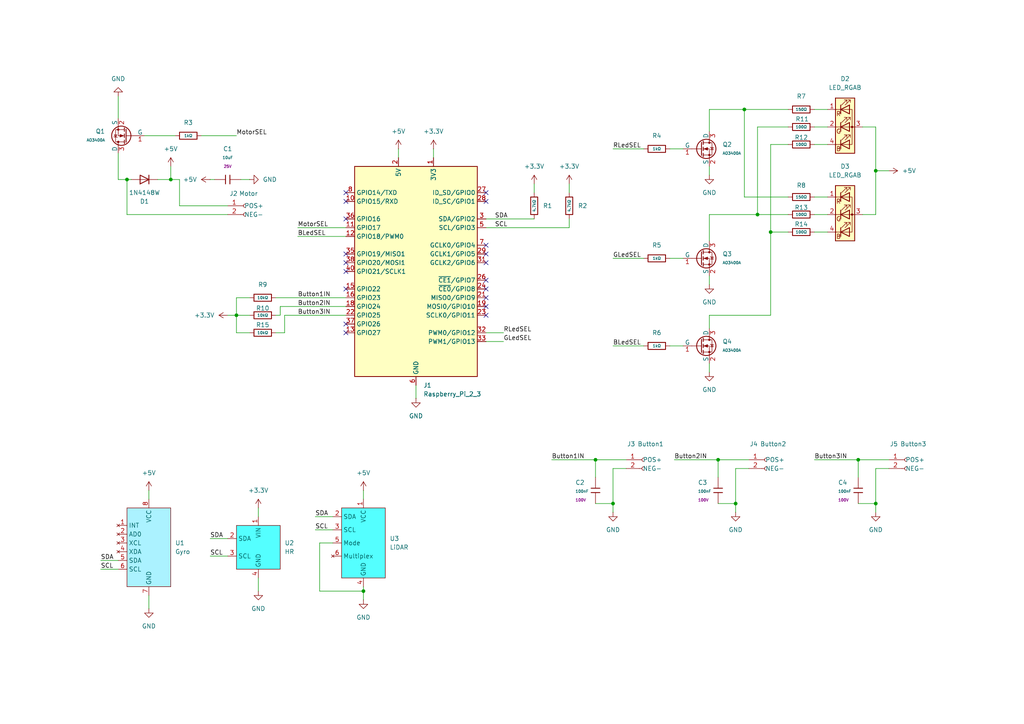
<source format=kicad_sch>
(kicad_sch (version 20250114) (generator "eeschema") (generator_version "9.0")
  (paper "A4")
  (title_block (title "PathPal PCB") (date "2026-02-18") (rev "V1") (company "Senseway"))
  (junction (at 219.71 62.23))
  (junction (at 68.58 91.44))
  (junction (at 172.72 133.35))
  (junction (at 105.41 171.45))
  (junction (at 213.36 146.05))
  (junction (at 254 146.05))
  (junction (at 215.9 31.75))
  (junction (at 208.28 133.35))
  (junction (at 223.52 67.31))
  (junction (at 248.92 133.35))
  (junction (at 254 49.53))
  (junction (at 177.8 146.05))
  (junction (at 49.53 52.07))
  (junction (at 36.83 52.07))
  (no_connect (at 140.97 58.42))
  (no_connect (at 100.33 83.82))
  (no_connect (at 140.97 55.88))
  (no_connect (at 100.33 76.2))
  (no_connect (at 100.33 63.5))
  (no_connect (at 100.33 93.98))
  (no_connect (at 140.97 88.9))
  (no_connect (at 140.97 91.44))
  (no_connect (at 100.33 73.66))
  (no_connect (at 140.97 86.36))
  (no_connect (at 100.33 78.74))
  (no_connect (at 140.97 76.2))
  (no_connect (at 100.33 96.52))
  (no_connect (at 140.97 73.66))
  (no_connect (at 140.97 83.82))
  (no_connect (at 140.97 71.12))
  (no_connect (at 100.33 58.42))
  (no_connect (at 140.97 81.28))
  (no_connect (at 100.33 55.88))
  (wire (pts (xy 74.93 167.64) (xy 74.93 171.45)))
  (wire (pts (xy 195.58 133.35) (xy 208.28 133.35)))
  (wire (pts (xy 205.74 31.75) (xy 205.74 38.1)))
  (wire (pts (xy 177.8 146.05) (xy 177.8 148.59)))
  (wire (pts (xy 172.72 133.35) (xy 181.61 133.35)))
  (wire (pts (xy 105.41 170.18) (xy 105.41 171.45)))
  (wire (pts (xy 92.71 171.45) (xy 105.41 171.45)))
  (wire (pts (xy 68.58 86.36) (xy 68.58 91.44)))
  (wire (pts (xy 91.44 149.86) (xy 96.52 149.86)))
  (wire (pts (xy 213.36 135.89) (xy 213.36 146.05)))
  (wire (pts (xy 34.29 27.94) (xy 34.29 34.29)))
  (wire (pts (xy 254 49.53) (xy 254 36.83)))
  (wire (pts (xy 60.96 161.29) (xy 66.04 161.29)))
  (wire (pts (xy 86.36 68.58) (xy 100.33 68.58)))
  (wire (pts (xy 194.31 100.33) (xy 198.12 100.33)))
  (wire (pts (xy 36.83 62.23) (xy 36.83 52.07)))
  (wire (pts (xy 140.97 63.5) (xy 154.94 63.5)))
  (wire (pts (xy 236.22 36.83) (xy 240.03 36.83)))
  (wire (pts (xy 219.71 36.83) (xy 219.71 62.23)))
  (wire (pts (xy 165.1 55.88) (xy 165.1 53.34)))
  (wire (pts (xy 223.52 67.31) (xy 228.6 67.31)))
  (wire (pts (xy 236.22 31.75) (xy 240.03 31.75)))
  (wire (pts (xy 236.22 57.15) (xy 240.03 57.15)))
  (wire (pts (xy 36.83 52.07) (xy 34.29 52.07)))
  (wire (pts (xy 68.58 96.52) (xy 68.58 91.44)))
  (wire (pts (xy 36.83 52.07) (xy 38.1 52.07)))
  (wire (pts (xy 250.19 62.23) (xy 254 62.23)))
  (wire (pts (xy 74.93 147.32) (xy 74.93 149.86)))
  (wire (pts (xy 66.04 91.44) (xy 68.58 91.44)))
  (wire (pts (xy 236.22 67.31) (xy 240.03 67.31)))
  (wire (pts (xy 68.58 91.44) (xy 72.39 91.44)))
  (wire (pts (xy 205.74 91.44) (xy 205.74 95.25)))
  (wire (pts (xy 205.74 48.26) (xy 205.74 50.8)))
  (wire (pts (xy 205.74 80.01) (xy 205.74 82.55)))
  (wire (pts (xy 160.02 133.35) (xy 172.72 133.35)))
  (wire (pts (xy 69.85 52.07) (xy 72.39 52.07)))
  (wire (pts (xy 205.74 105.41) (xy 205.74 107.95)))
  (wire (pts (xy 228.6 36.83) (xy 219.71 36.83)))
  (wire (pts (xy 205.74 62.23) (xy 205.74 69.85)))
  (wire (pts (xy 248.92 133.35) (xy 248.92 138.43)))
  (wire (pts (xy 92.71 157.48) (xy 92.71 171.45)))
  (wire (pts (xy 52.07 59.69) (xy 66.04 59.69)))
  (wire (pts (xy 194.31 74.93) (xy 198.12 74.93)))
  (wire (pts (xy 60.96 52.07) (xy 62.23 52.07)))
  (wire (pts (xy 219.71 62.23) (xy 205.74 62.23)))
  (wire (pts (xy 140.97 96.52) (xy 146.05 96.52)))
  (wire (pts (xy 60.96 156.21) (xy 66.04 156.21)))
  (wire (pts (xy 236.22 62.23) (xy 240.03 62.23)))
  (wire (pts (xy 248.92 146.05) (xy 254 146.05)))
  (wire (pts (xy 72.39 86.36) (xy 68.58 86.36)))
  (wire (pts (xy 115.57 43.18) (xy 115.57 45.72)))
  (wire (pts (xy 254 135.89) (xy 254 146.05)))
  (wire (pts (xy 254 146.05) (xy 254 148.59)))
  (wire (pts (xy 81.28 88.9) (xy 100.33 88.9)))
  (wire (pts (xy 213.36 146.05) (xy 213.36 148.59)))
  (wire (pts (xy 29.21 165.1) (xy 34.29 165.1)))
  (wire (pts (xy 86.36 66.04) (xy 100.33 66.04)))
  (wire (pts (xy 140.97 66.04) (xy 165.1 66.04)))
  (wire (pts (xy 223.52 91.44) (xy 205.74 91.44)))
  (wire (pts (xy 254 36.83) (xy 250.19 36.83)))
  (wire (pts (xy 72.39 96.52) (xy 68.58 96.52)))
  (wire (pts (xy 177.8 43.18) (xy 186.69 43.18)))
  (wire (pts (xy 228.6 41.91) (xy 223.52 41.91)))
  (wire (pts (xy 194.31 43.18) (xy 198.12 43.18)))
  (wire (pts (xy 82.55 96.52) (xy 82.55 91.44)))
  (wire (pts (xy 248.92 133.35) (xy 257.81 133.35)))
  (wire (pts (xy 80.01 86.36) (xy 100.33 86.36)))
  (wire (pts (xy 172.72 133.35) (xy 172.72 138.43)))
  (wire (pts (xy 257.81 49.53) (xy 254 49.53)))
  (wire (pts (xy 154.94 53.34) (xy 154.94 55.88)))
  (wire (pts (xy 52.07 52.07) (xy 49.53 52.07)))
  (wire (pts (xy 208.28 133.35) (xy 217.17 133.35)))
  (wire (pts (xy 172.72 146.05) (xy 177.8 146.05)))
  (wire (pts (xy 43.18 142.24) (xy 43.18 144.78)))
  (wire (pts (xy 223.52 41.91) (xy 223.52 67.31)))
  (wire (pts (xy 45.72 52.07) (xy 49.53 52.07)))
  (wire (pts (xy 208.28 133.35) (xy 208.28 138.43)))
  (wire (pts (xy 120.65 111.76) (xy 120.65 115.57)))
  (wire (pts (xy 254 135.89) (xy 257.81 135.89)))
  (wire (pts (xy 177.8 135.89) (xy 181.61 135.89)))
  (wire (pts (xy 49.53 48.26) (xy 49.53 52.07)))
  (wire (pts (xy 177.8 100.33) (xy 186.69 100.33)))
  (wire (pts (xy 36.83 62.23) (xy 66.04 62.23)))
  (wire (pts (xy 254 49.53) (xy 254 62.23)))
  (wire (pts (xy 52.07 52.07) (xy 52.07 59.69)))
  (wire (pts (xy 29.21 162.56) (xy 34.29 162.56)))
  (wire (pts (xy 34.29 52.07) (xy 34.29 44.45)))
  (wire (pts (xy 140.97 99.06) (xy 146.05 99.06)))
  (wire (pts (xy 58.42 39.37) (xy 68.58 39.37)))
  (wire (pts (xy 177.8 74.93) (xy 186.69 74.93)))
  (wire (pts (xy 236.22 133.35) (xy 248.92 133.35)))
  (wire (pts (xy 236.22 41.91) (xy 240.03 41.91)))
  (wire (pts (xy 96.52 157.48) (xy 92.71 157.48)))
  (wire (pts (xy 219.71 62.23) (xy 228.6 62.23)))
  (wire (pts (xy 82.55 91.44) (xy 100.33 91.44)))
  (wire (pts (xy 105.41 142.24) (xy 105.41 144.78)))
  (wire (pts (xy 91.44 153.67) (xy 96.52 153.67)))
  (wire (pts (xy 81.28 91.44) (xy 81.28 88.9)))
  (wire (pts (xy 105.41 171.45) (xy 105.41 173.99)))
  (wire (pts (xy 41.91 39.37) (xy 50.8 39.37)))
  (wire (pts (xy 215.9 31.75) (xy 205.74 31.75)))
  (wire (pts (xy 213.36 135.89) (xy 217.17 135.89)))
  (wire (pts (xy 43.18 172.72) (xy 43.18 176.53)))
  (wire (pts (xy 80.01 91.44) (xy 81.28 91.44)))
  (wire (pts (xy 208.28 146.05) (xy 213.36 146.05)))
  (wire (pts (xy 215.9 57.15) (xy 215.9 31.75)))
  (wire (pts (xy 223.52 67.31) (xy 223.52 91.44)))
  (wire (pts (xy 80.01 96.52) (xy 82.55 96.52)))
  (wire (pts (xy 125.73 43.18) (xy 125.73 45.72)))
  (wire (pts (xy 228.6 57.15) (xy 215.9 57.15)))
  (wire (pts (xy 228.6 31.75) (xy 215.9 31.75)))
  (wire (pts (xy 165.1 63.5) (xy 165.1 66.04)))
  (wire (pts (xy 177.8 135.89) (xy 177.8 146.05)))
  (label "SCL" (at 143.51 66.04 0))
  (label "GLedSEL" (at 146.05 99.06 0))
  (label "SCL" (at 91.44 153.67 0))
  (label "SDA" (at 91.44 149.86 0))
  (label "BLedSEL" (at 86.36 68.58 0))
  (label "Button1IN" (at 86.36 86.36 0))
  (label "SDA" (at 29.21 162.56 0))
  (label "Button2IN" (at 86.36 88.9 0))
  (label "SCL" (at 29.21 165.1 0))
  (label "SDA" (at 60.96 156.21 0))
  (label "MotorSEL" (at 68.58 39.37 0))
  (label "RLedSEL" (at 177.8 43.18 0))
  (label "Button1IN" (at 160.02 133.35 0))
  (label "MotorSEL" (at 86.36 66.04 0))
  (label "Button3IN" (at 236.22 133.35 0))
  (label "Button2IN" (at 195.58 133.35 0))
  (label "Button3IN" (at 86.36 91.44 0))
  (label "BLedSEL" (at 177.8 100.33 0))
  (label "GLedSEL" (at 177.8 74.93 0))
  (label "RLedSEL" (at 146.05 96.52 0))
  (label "SDA" (at 143.51 63.5 0))
  (label "SCL" (at 60.96 161.29 0))
  (symbol (lib_id "power:GND") (at 120.65 115.57 0) (unit 1)
    (property "Reference" "#PWR03" (effects (hide yes)))
    (property "Value" "GND" (at 120.65 120.65 0))
    (property "Description" "Power symbol creates a global label with name \"GND\" , ground" (effects (hide yes)))
  )
  (symbol (lib_id "PCM_JLCPCB-Capacitors:0805,100nF") (at 208.28 142.24 180) (unit 1)
    (property "Reference" "C3" (at 202.438 139.954 0) (effects (justify right)))
    (property "Value" "100nF" (at 202.438 142.4941 0) (effects (font (size 0.8 0.8)) (justify right)))
    (property "Footprint" "PCM_JLCPCB:C_0805" (effects (hide yes)))
    (property "Datasheet" "https://www.lcsc.com/datasheet/lcsc_datasheet_2304140030_Samsung-Electro-Mechanics-CL21B104KCFNNNE_C28233.pdf" (effects (hide yes)))
    (property "Description" "100V 100nF X7R ±10% 0805 Multilayer Ceramic Capacitors MLCC - SMD/SMT ROHS" (effects (hide yes)))
    (property "LCSC" "C28233" (effects (hide yes)))
    (property "Stock" "1168020" (effects (hide yes)))
    (property "Price" "0.009USD" (effects (hide yes)))
    (property "Process" "SMT" (effects (hide yes)))
    (property "Minimum Qty" "20" (effects (hide yes)))
    (property "Attrition Qty" "10" (effects (hide yes)))
    (property "Class" "Basic Component" (effects (hide yes)))
    (property "Category" "Capacitors,Multilayer Ceramic Capacitors MLCC - SMD/SMT" (effects (hide yes)))
    (property "Manufacturer" "Samsung Electro-Mechanics" (effects (hide yes)))
    (property "Part" "CL21B104KCFNNNE" (effects (hide yes)))
    (property "Voltage Rated" "100V" (at 202.438 145.0341 0) (effects (font (size 0.8 0.8)) (justify right)))
    (property "Tolerance" "±10%" (effects (hide yes)))
    (property "Capacitance" "100nF" (effects (hide yes)))
    (property "Temperature Coefficient" "X7R" (effects (hide yes)))
  )
  (symbol (lib_id "PCM_JLCPCB-Resistors:0805,10kΩ") (at 76.2 86.36 90) (unit 1)
    (property "Reference" "R9" (at 76.2 82.55 90))
    (property "Value" "10kΩ" (at 76.2 86.36 90) (effects (font (size 0.8 0.8))))
    (property "Footprint" "PCM_JLCPCB:R_0805" (effects (hide yes)))
    (property "Datasheet" "https://www.lcsc.com/datasheet/lcsc_datasheet_2411221126_UNI-ROYAL-Uniroyal-Elec-0805W8F1002T5E_C17414.pdf" (effects (hide yes)))
    (property "Description" "125mW Thick Film Resistors 150V ±100ppm/°C ±1% 10kΩ 0805 Chip Resistor - Surface Mount ROHS" (effects (hide yes)))
    (property "LCSC" "C17414" (effects (hide yes)))
    (property "Stock" "12301172" (effects (hide yes)))
    (property "Price" "0.005USD" (effects (hide yes)))
    (property "Process" "SMT" (effects (hide yes)))
    (property "Minimum Qty" "20" (effects (hide yes)))
    (property "Attrition Qty" "10" (effects (hide yes)))
    (property "Class" "Basic Component" (effects (hide yes)))
    (property "Category" "Resistors,Chip Resistor - Surface Mount" (effects (hide yes)))
    (property "Manufacturer" "UNI-ROYAL(Uniroyal Elec)" (effects (hide yes)))
    (property "Part" "0805W8F1002T5E" (effects (hide yes)))
    (property "Resistance" "10kΩ" (effects (hide yes)))
    (property "Power(Watts)" "125mW" (effects (hide yes)))
    (property "Type" "Thick Film Resistors" (effects (hide yes)))
    (property "Overload Voltage (Max)" "150V" (effects (hide yes)))
    (property "Operating Temperature Range" "-55°C~+155°C" (effects (hide yes)))
    (property "Tolerance" "±1%" (effects (hide yes)))
    (property "Temperature Coefficient" "±100ppm/°C" (effects (hide yes)))
  )
  (symbol (lib_id "PCM_JLCPCB-Transistors:NMOS,AO3400A") (at 203.2 74.93 0) (unit 1)
    (property "Reference" "Q3" (at 209.55 73.6599 0) (effects (justify left)))
    (property "Value" "AO3400A" (at 209.55 76.2 0) (effects (font (size 0.8 0.8)) (justify left)))
    (property "Footprint" "PCM_JLCPCB:Q_SOT-23" (effects (hide yes)))
    (property "Datasheet" "https://www.lcsc.com/datasheet/lcsc_datasheet_1811081213_Alpha---Omega-Semicon-AO3400A_C20917.pdf" (effects (hide yes)))
    (property "Description" "30V 5.7A 26.5mΩ@10V,5.7A 1.4W 1.5V@250uA 1 N-Channel SOT-23-3L MOSFETs ROHS" (effects (hide yes)))
    (property "LCSC" "C20917" (effects (hide yes)))
    (property "Stock" "463122" (effects (hide yes)))
    (property "Price" "0.074USD" (effects (hide yes)))
    (property "Process" "SMT" (effects (hide yes)))
    (property "Minimum Qty" "5" (effects (hide yes)))
    (property "Attrition Qty" "4" (effects (hide yes)))
    (property "Class" "Basic Component" (effects (hide yes)))
    (property "Category" "Transistors,MOSFETs" (effects (hide yes)))
    (property "Manufacturer" "Alpha & Omega Semicon" (effects (hide yes)))
    (property "Part" "AO3400A" (effects (hide yes)))
    (property "Continuous Drain Current (Id)" "5.7A" (effects (hide yes)))
    (property "Input Capacitance (Ciss@Vds)" "630pF@15V" (effects (hide yes)))
    (property "Operating Temperature" "-55°C~+150°C@(Tj)" (effects (hide yes)))
    (property "Type" "1 N-channel" (effects (hide yes)))
    (property "Drain Source Voltage (Vdss)" "30V" (effects (hide yes)))
    (property "Power Dissipation (Pd)" "1.4W" (effects (hide yes)))
    (property "Gate Threshold Voltage (Vgs(th)@Id)" "1.5V@250uA" (effects (hide yes)))
    (property "Drain Source On Resistance (RDS(on)@Vgs,Id)" "26.5mΩ@10V,5.7A" (effects (hide yes)))
    (property "Total Gate Charge (Qg@Vgs)" "7nC@4.5V" (effects (hide yes)))
  )
  (symbol (lib_id "PCM_JLCPCB-Resistors:0805,1kΩ") (at 190.5 100.33 90) (unit 1)
    (property "Reference" "R6" (at 190.5 96.52 90))
    (property "Value" "1kΩ" (at 190.5 100.33 90) (effects (font (size 0.8 0.8))))
    (property "Footprint" "PCM_JLCPCB:R_0805" (effects (hide yes)))
    (property "Datasheet" "https://www.lcsc.com/datasheet/lcsc_datasheet_2205311800_UNI-ROYAL-Uniroyal-Elec-0805W8F1001T5E_C17513.pdf" (effects (hide yes)))
    (property "Description" "125mW Thick Film Resistors 150V ±100ppm/°C ±1% 1kΩ 0805 Chip Resistor - Surface Mount ROHS" (effects (hide yes)))
    (property "LCSC" "C17513" (effects (hide yes)))
    (property "Stock" "7431283" (effects (hide yes)))
    (property "Price" "0.005USD" (effects (hide yes)))
    (property "Process" "SMT" (effects (hide yes)))
    (property "Minimum Qty" "20" (effects (hide yes)))
    (property "Attrition Qty" "10" (effects (hide yes)))
    (property "Class" "Basic Component" (effects (hide yes)))
    (property "Category" "Resistors,Chip Resistor - Surface Mount" (effects (hide yes)))
    (property "Manufacturer" "UNI-ROYAL(Uniroyal Elec)" (effects (hide yes)))
    (property "Part" "0805W8F1001T5E" (effects (hide yes)))
    (property "Resistance" "1kΩ" (effects (hide yes)))
    (property "Power(Watts)" "125mW" (effects (hide yes)))
    (property "Type" "Thick Film Resistors" (effects (hide yes)))
    (property "Overload Voltage (Max)" "150V" (effects (hide yes)))
    (property "Operating Temperature Range" "-55°C~+155°C" (effects (hide yes)))
    (property "Tolerance" "±1%" (effects (hide yes)))
    (property "Temperature Coefficient" "±100ppm/°C" (effects (hide yes)))
  )
  (symbol (lib_id "power:+3.3V") (at 165.1 53.34 0) (unit 1)
    (property "Reference" "#PWR05" (effects (hide yes)))
    (property "Value" "+3.3V" (at 165.1 48.26 0))
    (property "Description" "Power symbol creates a global label with name \"+3.3V\"" (effects (hide yes)))
  )
  (symbol (lib_id "PCM_JLCPCB-Transistors:NMOS,AO3400A") (at 36.83 39.37 180) (unit 1)
    (property "Reference" "Q1" (at 30.48 38.0999 0) (effects (justify left)))
    (property "Value" "AO3400A" (at 30.48 40.64 0) (effects (font (size 0.8 0.8)) (justify left)))
    (property "Footprint" "PCM_JLCPCB:Q_SOT-23" (effects (hide yes)))
    (property "Datasheet" "https://www.lcsc.com/datasheet/lcsc_datasheet_1811081213_Alpha---Omega-Semicon-AO3400A_C20917.pdf" (effects (hide yes)))
    (property "Description" "30V 5.7A 26.5mΩ@10V,5.7A 1.4W 1.5V@250uA 1 N-Channel SOT-23-3L MOSFETs ROHS" (effects (hide yes)))
    (property "LCSC" "C20917" (effects (hide yes)))
    (property "Stock" "463122" (effects (hide yes)))
    (property "Price" "0.074USD" (effects (hide yes)))
    (property "Process" "SMT" (effects (hide yes)))
    (property "Minimum Qty" "5" (effects (hide yes)))
    (property "Attrition Qty" "4" (effects (hide yes)))
    (property "Class" "Basic Component" (effects (hide yes)))
    (property "Category" "Transistors,MOSFETs" (effects (hide yes)))
    (property "Manufacturer" "Alpha & Omega Semicon" (effects (hide yes)))
    (property "Part" "AO3400A" (effects (hide yes)))
    (property "Continuous Drain Current (Id)" "5.7A" (effects (hide yes)))
    (property "Input Capacitance (Ciss@Vds)" "630pF@15V" (effects (hide yes)))
    (property "Operating Temperature" "-55°C~+150°C@(Tj)" (effects (hide yes)))
    (property "Type" "1 N-channel" (effects (hide yes)))
    (property "Drain Source Voltage (Vdss)" "30V" (effects (hide yes)))
    (property "Power Dissipation (Pd)" "1.4W" (effects (hide yes)))
    (property "Gate Threshold Voltage (Vgs(th)@Id)" "1.5V@250uA" (effects (hide yes)))
    (property "Drain Source On Resistance (RDS(on)@Vgs,Id)" "26.5mΩ@10V,5.7A" (effects (hide yes)))
    (property "Total Gate Charge (Qg@Vgs)" "7nC@4.5V" (effects (hide yes)))
  )
  (symbol (lib_id "PCM_JLCPCB-Capacitors:0805,100nF") (at 172.72 142.24 180) (unit 1)
    (property "Reference" "C2" (at 166.878 139.954 0) (effects (justify right)))
    (property "Value" "100nF" (at 166.878 142.4941 0) (effects (font (size 0.8 0.8)) (justify right)))
    (property "Footprint" "PCM_JLCPCB:C_0805" (effects (hide yes)))
    (property "Datasheet" "https://www.lcsc.com/datasheet/lcsc_datasheet_2304140030_Samsung-Electro-Mechanics-CL21B104KCFNNNE_C28233.pdf" (effects (hide yes)))
    (property "Description" "100V 100nF X7R ±10% 0805 Multilayer Ceramic Capacitors MLCC - SMD/SMT ROHS" (effects (hide yes)))
    (property "LCSC" "C28233" (effects (hide yes)))
    (property "Stock" "1168020" (effects (hide yes)))
    (property "Price" "0.009USD" (effects (hide yes)))
    (property "Process" "SMT" (effects (hide yes)))
    (property "Minimum Qty" "20" (effects (hide yes)))
    (property "Attrition Qty" "10" (effects (hide yes)))
    (property "Class" "Basic Component" (effects (hide yes)))
    (property "Category" "Capacitors,Multilayer Ceramic Capacitors MLCC - SMD/SMT" (effects (hide yes)))
    (property "Manufacturer" "Samsung Electro-Mechanics" (effects (hide yes)))
    (property "Part" "CL21B104KCFNNNE" (effects (hide yes)))
    (property "Voltage Rated" "100V" (at 166.878 145.0341 0) (effects (font (size 0.8 0.8)) (justify right)))
    (property "Tolerance" "±10%" (effects (hide yes)))
    (property "Capacitance" "100nF" (effects (hide yes)))
    (property "Temperature Coefficient" "X7R" (effects (hide yes)))
  )
  (symbol (lib_id "PathPal_Modules:LiDAR_Module") (at 105.41 156.21 0) (unit 1)
    (property "Reference" "U3" (at 113.03 156.2099 0) (effects (justify left)))
    (property "Value" "LiDAR" (at 113.03 158.7499 0) (effects (justify left)))
    (property "Footprint" "Connector_JST:JST_GH_BM06B-GHS-TBT_1x06-1MP_P1.25mm_Vertical" (effects (hide yes)))
  )
  (symbol (lib_id "power:+3.3V") (at 66.04 91.44 90) (unit 1)
    (property "Reference" "#PWR014" (effects (hide yes)))
    (property "Value" "+3.3V" (at 62.23 91.4399 90) (effects (justify left)))
    (property "Description" "Power symbol creates a global label with name \"+3.3V\"" (effects (hide yes)))
  )
  (symbol (lib_id "power:+5V") (at 43.18 142.24 0) (unit 1)
    (property "Reference" "#PWR021" (effects (hide yes)))
    (property "Value" "+5V" (at 43.18 137.16 0))
    (property "Description" "Power symbol creates a global label with name \"+5V\"" (effects (hide yes)))
  )
  (symbol (lib_id "Device:LED_RGAB") (at 245.11 36.83 0) (unit 1)
    (property "Reference" "D2" (at 245.11 22.86 0))
    (property "Value" "LED_RGAB" (at 245.11 25.4 0))
    (property "Footprint" "LED_THT:LED_D5.0mm-4_RGB" (effects (hide yes)))
    (property "Description" "RGB LED, red/green/anode/blue" (effects (hide yes)))
  )
  (symbol (lib_id "power:GND") (at 205.74 82.55 0) (unit 1)
    (property "Reference" "#PWR012" (effects (hide yes)))
    (property "Value" "GND" (at 205.74 87.63 0))
    (property "Description" "Power symbol creates a global label with name \"GND\" , ground" (effects (hide yes)))
  )
  (symbol (lib_id "power:+5V") (at 60.96 52.07 90) (unit 1)
    (property "Reference" "#PWR09" (effects (hide yes)))
    (property "Value" "+5V" (at 57.15 52.0699 90) (effects (justify left)))
    (property "Description" "Power symbol creates a global label with name \"+5V\"" (effects (hide yes)))
  )
  (symbol (lib_id "PCM_JLCPCB-Resistors:0805,1kΩ") (at 54.61 39.37 90) (unit 1)
    (property "Reference" "R3" (at 54.61 35.56 90))
    (property "Value" "1kΩ" (at 54.61 39.37 90) (effects (font (size 0.8 0.8))))
    (property "Footprint" "PCM_JLCPCB:R_0805" (effects (hide yes)))
    (property "Datasheet" "https://www.lcsc.com/datasheet/lcsc_datasheet_2205311800_UNI-ROYAL-Uniroyal-Elec-0805W8F1001T5E_C17513.pdf" (effects (hide yes)))
    (property "Description" "125mW Thick Film Resistors 150V ±100ppm/°C ±1% 1kΩ 0805 Chip Resistor - Surface Mount ROHS" (effects (hide yes)))
    (property "LCSC" "C17513" (effects (hide yes)))
    (property "Stock" "7431283" (effects (hide yes)))
    (property "Price" "0.005USD" (effects (hide yes)))
    (property "Process" "SMT" (effects (hide yes)))
    (property "Minimum Qty" "20" (effects (hide yes)))
    (property "Attrition Qty" "10" (effects (hide yes)))
    (property "Class" "Basic Component" (effects (hide yes)))
    (property "Category" "Resistors,Chip Resistor - Surface Mount" (effects (hide yes)))
    (property "Manufacturer" "UNI-ROYAL(Uniroyal Elec)" (effects (hide yes)))
    (property "Part" "0805W8F1001T5E" (effects (hide yes)))
    (property "Resistance" "1kΩ" (effects (hide yes)))
    (property "Power(Watts)" "125mW" (effects (hide yes)))
    (property "Type" "Thick Film Resistors" (effects (hide yes)))
    (property "Overload Voltage (Max)" "150V" (effects (hide yes)))
    (property "Operating Temperature Range" "-55°C~+155°C" (effects (hide yes)))
    (property "Tolerance" "±1%" (effects (hide yes)))
    (property "Temperature Coefficient" "±100ppm/°C" (effects (hide yes)))
  )
  (symbol (lib_id "PCM_JLCPCB-Capacitors:0805,100nF") (at 248.92 142.24 180) (unit 1)
    (property "Reference" "C4" (at 243.078 139.954 0) (effects (justify right)))
    (property "Value" "100nF" (at 243.078 142.4941 0) (effects (font (size 0.8 0.8)) (justify right)))
    (property "Footprint" "PCM_JLCPCB:C_0805" (effects (hide yes)))
    (property "Datasheet" "https://www.lcsc.com/datasheet/lcsc_datasheet_2304140030_Samsung-Electro-Mechanics-CL21B104KCFNNNE_C28233.pdf" (effects (hide yes)))
    (property "Description" "100V 100nF X7R ±10% 0805 Multilayer Ceramic Capacitors MLCC - SMD/SMT ROHS" (effects (hide yes)))
    (property "LCSC" "C28233" (effects (hide yes)))
    (property "Stock" "1168020" (effects (hide yes)))
    (property "Price" "0.009USD" (effects (hide yes)))
    (property "Process" "SMT" (effects (hide yes)))
    (property "Minimum Qty" "20" (effects (hide yes)))
    (property "Attrition Qty" "10" (effects (hide yes)))
    (property "Class" "Basic Component" (effects (hide yes)))
    (property "Category" "Capacitors,Multilayer Ceramic Capacitors MLCC - SMD/SMT" (effects (hide yes)))
    (property "Manufacturer" "Samsung Electro-Mechanics" (effects (hide yes)))
    (property "Part" "CL21B104KCFNNNE" (effects (hide yes)))
    (property "Voltage Rated" "100V" (at 243.078 145.0341 0) (effects (font (size 0.8 0.8)) (justify right)))
    (property "Tolerance" "±10%" (effects (hide yes)))
    (property "Capacitance" "100nF" (effects (hide yes)))
    (property "Temperature Coefficient" "X7R" (effects (hide yes)))
  )
  (symbol (lib_id "PCM_JLCPCB-Transistors:NMOS,AO3400A") (at 203.2 100.33 0) (unit 1)
    (property "Reference" "Q4" (at 209.55 99.0599 0) (effects (justify left)))
    (property "Value" "AO3400A" (at 209.55 101.6 0) (effects (font (size 0.8 0.8)) (justify left)))
    (property "Footprint" "PCM_JLCPCB:Q_SOT-23" (effects (hide yes)))
    (property "Datasheet" "https://www.lcsc.com/datasheet/lcsc_datasheet_1811081213_Alpha---Omega-Semicon-AO3400A_C20917.pdf" (effects (hide yes)))
    (property "Description" "30V 5.7A 26.5mΩ@10V,5.7A 1.4W 1.5V@250uA 1 N-Channel SOT-23-3L MOSFETs ROHS" (effects (hide yes)))
    (property "LCSC" "C20917" (effects (hide yes)))
    (property "Stock" "463122" (effects (hide yes)))
    (property "Price" "0.074USD" (effects (hide yes)))
    (property "Process" "SMT" (effects (hide yes)))
    (property "Minimum Qty" "5" (effects (hide yes)))
    (property "Attrition Qty" "4" (effects (hide yes)))
    (property "Class" "Basic Component" (effects (hide yes)))
    (property "Category" "Transistors,MOSFETs" (effects (hide yes)))
    (property "Manufacturer" "Alpha & Omega Semicon" (effects (hide yes)))
    (property "Part" "AO3400A" (effects (hide yes)))
    (property "Continuous Drain Current (Id)" "5.7A" (effects (hide yes)))
    (property "Input Capacitance (Ciss@Vds)" "630pF@15V" (effects (hide yes)))
    (property "Operating Temperature" "-55°C~+150°C@(Tj)" (effects (hide yes)))
    (property "Type" "1 N-channel" (effects (hide yes)))
    (property "Drain Source Voltage (Vdss)" "30V" (effects (hide yes)))
    (property "Power Dissipation (Pd)" "1.4W" (effects (hide yes)))
    (property "Gate Threshold Voltage (Vgs(th)@Id)" "1.5V@250uA" (effects (hide yes)))
    (property "Drain Source On Resistance (RDS(on)@Vgs,Id)" "26.5mΩ@10V,5.7A" (effects (hide yes)))
    (property "Total Gate Charge (Qg@Vgs)" "7nC@4.5V" (effects (hide yes)))
  )
  (symbol (lib_id "power:GND") (at 43.18 176.53 0) (unit 1)
    (property "Reference" "#PWR018" (effects (hide yes)))
    (property "Value" "GND" (at 43.18 181.61 0))
    (property "Description" "Power symbol creates a global label with name \"GND\" , ground" (effects (hide yes)))
  )
  (symbol (lib_id "PCM_JLCPCB-Resistors:0805,1kΩ") (at 190.5 43.18 90) (unit 1)
    (property "Reference" "R4" (at 190.5 39.37 90))
    (property "Value" "1kΩ" (at 190.5 43.18 90) (effects (font (size 0.8 0.8))))
    (property "Footprint" "PCM_JLCPCB:R_0805" (effects (hide yes)))
    (property "Datasheet" "https://www.lcsc.com/datasheet/lcsc_datasheet_2205311800_UNI-ROYAL-Uniroyal-Elec-0805W8F1001T5E_C17513.pdf" (effects (hide yes)))
    (property "Description" "125mW Thick Film Resistors 150V ±100ppm/°C ±1% 1kΩ 0805 Chip Resistor - Surface Mount ROHS" (effects (hide yes)))
    (property "LCSC" "C17513" (effects (hide yes)))
    (property "Stock" "7431283" (effects (hide yes)))
    (property "Price" "0.005USD" (effects (hide yes)))
    (property "Process" "SMT" (effects (hide yes)))
    (property "Minimum Qty" "20" (effects (hide yes)))
    (property "Attrition Qty" "10" (effects (hide yes)))
    (property "Class" "Basic Component" (effects (hide yes)))
    (property "Category" "Resistors,Chip Resistor - Surface Mount" (effects (hide yes)))
    (property "Manufacturer" "UNI-ROYAL(Uniroyal Elec)" (effects (hide yes)))
    (property "Part" "0805W8F1001T5E" (effects (hide yes)))
    (property "Resistance" "1kΩ" (effects (hide yes)))
    (property "Power(Watts)" "125mW" (effects (hide yes)))
    (property "Type" "Thick Film Resistors" (effects (hide yes)))
    (property "Overload Voltage (Max)" "150V" (effects (hide yes)))
    (property "Operating Temperature Range" "-55°C~+155°C" (effects (hide yes)))
    (property "Tolerance" "±1%" (effects (hide yes)))
    (property "Temperature Coefficient" "±100ppm/°C" (effects (hide yes)))
  )
  (symbol (lib_id "power:+5V") (at 257.81 49.53 270) (unit 1)
    (property "Reference" "#PWR010" (effects (hide yes)))
    (property "Value" "+5V" (at 261.62 49.5299 90) (effects (justify left)))
    (property "Description" "Power symbol creates a global label with name \"+5V\"" (effects (hide yes)))
  )
  (symbol (lib_id "power:GND") (at 213.36 148.59 0) (unit 1)
    (property "Reference" "#PWR016" (effects (hide yes)))
    (property "Value" "GND" (at 213.36 153.67 0))
    (property "Description" "Power symbol creates a global label with name \"GND\" , ground" (effects (hide yes)))
  )
  (symbol (lib_id "power:+3.3V") (at 125.73 43.18 0) (unit 1)
    (property "Reference" "#PWR01" (effects (hide yes)))
    (property "Value" "+3.3V" (at 125.73 38.1 0))
    (property "Description" "Power symbol creates a global label with name \"+3.3V\"" (effects (hide yes)))
  )
  (symbol (lib_id "PCM_JLCPCB-Resistors:0805,1kΩ") (at 190.5 74.93 90) (unit 1)
    (property "Reference" "R5" (at 190.5 71.12 90))
    (property "Value" "1kΩ" (at 190.5 74.93 90) (effects (font (size 0.8 0.8))))
    (property "Footprint" "PCM_JLCPCB:R_0805" (effects (hide yes)))
    (property "Datasheet" "https://www.lcsc.com/datasheet/lcsc_datasheet_2205311800_UNI-ROYAL-Uniroyal-Elec-0805W8F1001T5E_C17513.pdf" (effects (hide yes)))
    (property "Description" "125mW Thick Film Resistors 150V ±100ppm/°C ±1% 1kΩ 0805 Chip Resistor - Surface Mount ROHS" (effects (hide yes)))
    (property "LCSC" "C17513" (effects (hide yes)))
    (property "Stock" "7431283" (effects (hide yes)))
    (property "Price" "0.005USD" (effects (hide yes)))
    (property "Process" "SMT" (effects (hide yes)))
    (property "Minimum Qty" "20" (effects (hide yes)))
    (property "Attrition Qty" "10" (effects (hide yes)))
    (property "Class" "Basic Component" (effects (hide yes)))
    (property "Category" "Resistors,Chip Resistor - Surface Mount" (effects (hide yes)))
    (property "Manufacturer" "UNI-ROYAL(Uniroyal Elec)" (effects (hide yes)))
    (property "Part" "0805W8F1001T5E" (effects (hide yes)))
    (property "Resistance" "1kΩ" (effects (hide yes)))
    (property "Power(Watts)" "125mW" (effects (hide yes)))
    (property "Type" "Thick Film Resistors" (effects (hide yes)))
    (property "Overload Voltage (Max)" "150V" (effects (hide yes)))
    (property "Operating Temperature Range" "-55°C~+155°C" (effects (hide yes)))
    (property "Tolerance" "±1%" (effects (hide yes)))
    (property "Temperature Coefficient" "±100ppm/°C" (effects (hide yes)))
  )
  (symbol (lib_id "power:GND") (at 72.39 52.07 90) (unit 1)
    (property "Reference" "#PWR08" (effects (hide yes)))
    (property "Value" "GND" (at 76.2 52.0699 90) (effects (justify right)))
    (property "Description" "Power symbol creates a global label with name \"GND\" , ground" (effects (hide yes)))
  )
  (symbol (lib_id "Diode:1N4148W") (at 41.91 52.07 180) (unit 1)
    (property "Reference" "D1" (at 41.91 58.42 0))
    (property "Value" "1N4148W" (at 41.91 55.88 0))
    (property "Footprint" "Diode_SMD:D_SOD-123" (effects (hide yes)))
    (property "Datasheet" "https://www.vishay.com/docs/85748/1n4148w.pdf" (effects (hide yes)))
    (property "Description" "75V 0.15A Fast Switching Diode, SOD-123" (effects (hide yes)))
    (property "Sim.Device" "D" (effects (hide yes)))
    (property "Sim.Pins" "1=K 2=A" (effects (hide yes)))
  )
  (symbol (lib_id "PCM_JLCPCB-Resistors:0805,100Ω") (at 232.41 67.31 90) (unit 1)
    (property "Reference" "R14" (at 232.41 65.024 90))
    (property "Value" "100Ω" (at 232.41 67.31 90) (effects (font (size 0.8 0.8))))
    (property "Footprint" "PCM_JLCPCB:R_0805" (effects (hide yes)))
    (property "Datasheet" "https://www.lcsc.com/datasheet/lcsc_datasheet_2411221126_UNI-ROYAL-Uniroyal-Elec-0805W8F1000T5E_C17408.pdf" (effects (hide yes)))
    (property "Description" "125mW Thick Film Resistors 150V ±100ppm/°C ±1% 100Ω 0805 Chip Resistor - Surface Mount ROHS" (effects (hide yes)))
    (property "LCSC" "C17408" (effects (hide yes)))
    (property "Stock" "3356429" (effects (hide yes)))
    (property "Price" "0.005USD" (effects (hide yes)))
    (property "Process" "SMT" (effects (hide yes)))
    (property "Minimum Qty" "20" (effects (hide yes)))
    (property "Attrition Qty" "10" (effects (hide yes)))
    (property "Class" "Basic Component" (effects (hide yes)))
    (property "Category" "Resistors,Chip Resistor - Surface Mount" (effects (hide yes)))
    (property "Manufacturer" "UNI-ROYAL(Uniroyal Elec)" (effects (hide yes)))
    (property "Part" "0805W8F1000T5E" (effects (hide yes)))
    (property "Resistance" "100Ω" (effects (hide yes)))
    (property "Power(Watts)" "125mW" (effects (hide yes)))
    (property "Type" "Thick Film Resistors" (effects (hide yes)))
    (property "Overload Voltage (Max)" "150V" (effects (hide yes)))
    (property "Operating Temperature Range" "-55°C~+155°C" (effects (hide yes)))
    (property "Tolerance" "±1%" (effects (hide yes)))
    (property "Temperature Coefficient" "±100ppm/°C" (effects (hide yes)))
  )
  (symbol (lib_id "Connector:Conn_01x02_Socket") (at 71.12 59.69 0) (unit 1)
    (property "Reference" "J2" (at 66.548 56.134 0) (effects (justify left)))
    (property "Value" "Motor" (at 69.342 56.134 0) (effects (justify left)))
    (property "Footprint" "Connector_PinSocket_2.54mm:PinSocket_1x02_P2.54mm_Vertical" (effects (hide yes)))
    (property "Description" "Generic connector, single row, 01x02, script generated" (effects (hide yes)))
  )
  (symbol (lib_id "PathPal_Modules:HR_Module") (at 74.93 158.75 0) (unit 1)
    (property "Reference" "U2" (at 82.55 157.4799 0) (effects (justify left)))
    (property "Value" "HR" (at 82.55 160.0199 0) (effects (justify left)))
    (property "Footprint" "Connector_PinSocket_2.54mm:PinSocket_1x04_P2.54mm_Horizontal" (effects (hide yes)))
  )
  (symbol (lib_id "PCM_JLCPCB-Resistors:0805,100Ω") (at 232.41 36.83 90) (unit 1)
    (property "Reference" "R11" (at 232.664 34.544 90))
    (property "Value" "100Ω" (at 232.41 36.83 90) (effects (font (size 0.8 0.8))))
    (property "Footprint" "PCM_JLCPCB:R_0805" (effects (hide yes)))
    (property "Datasheet" "https://www.lcsc.com/datasheet/lcsc_datasheet_2411221126_UNI-ROYAL-Uniroyal-Elec-0805W8F1000T5E_C17408.pdf" (effects (hide yes)))
    (property "Description" "125mW Thick Film Resistors 150V ±100ppm/°C ±1% 100Ω 0805 Chip Resistor - Surface Mount ROHS" (effects (hide yes)))
    (property "LCSC" "C17408" (effects (hide yes)))
    (property "Stock" "3356429" (effects (hide yes)))
    (property "Price" "0.005USD" (effects (hide yes)))
    (property "Process" "SMT" (effects (hide yes)))
    (property "Minimum Qty" "20" (effects (hide yes)))
    (property "Attrition Qty" "10" (effects (hide yes)))
    (property "Class" "Basic Component" (effects (hide yes)))
    (property "Category" "Resistors,Chip Resistor - Surface Mount" (effects (hide yes)))
    (property "Manufacturer" "UNI-ROYAL(Uniroyal Elec)" (effects (hide yes)))
    (property "Part" "0805W8F1000T5E" (effects (hide yes)))
    (property "Resistance" "100Ω" (effects (hide yes)))
    (property "Power(Watts)" "125mW" (effects (hide yes)))
    (property "Type" "Thick Film Resistors" (effects (hide yes)))
    (property "Overload Voltage (Max)" "150V" (effects (hide yes)))
    (property "Operating Temperature Range" "-55°C~+155°C" (effects (hide yes)))
    (property "Tolerance" "±1%" (effects (hide yes)))
    (property "Temperature Coefficient" "±100ppm/°C" (effects (hide yes)))
  )
  (symbol (lib_id "PCM_JLCPCB-Resistors:0805,100Ω") (at 232.41 62.23 90) (unit 1)
    (property "Reference" "R13" (at 232.41 60.198 90))
    (property "Value" "100Ω" (at 232.41 62.23 90) (effects (font (size 0.8 0.8))))
    (property "Footprint" "PCM_JLCPCB:R_0805" (effects (hide yes)))
    (property "Datasheet" "https://www.lcsc.com/datasheet/lcsc_datasheet_2411221126_UNI-ROYAL-Uniroyal-Elec-0805W8F1000T5E_C17408.pdf" (effects (hide yes)))
    (property "Description" "125mW Thick Film Resistors 150V ±100ppm/°C ±1% 100Ω 0805 Chip Resistor - Surface Mount ROHS" (effects (hide yes)))
    (property "LCSC" "C17408" (effects (hide yes)))
    (property "Stock" "3356429" (effects (hide yes)))
    (property "Price" "0.005USD" (effects (hide yes)))
    (property "Process" "SMT" (effects (hide yes)))
    (property "Minimum Qty" "20" (effects (hide yes)))
    (property "Attrition Qty" "10" (effects (hide yes)))
    (property "Class" "Basic Component" (effects (hide yes)))
    (property "Category" "Resistors,Chip Resistor - Surface Mount" (effects (hide yes)))
    (property "Manufacturer" "UNI-ROYAL(Uniroyal Elec)" (effects (hide yes)))
    (property "Part" "0805W8F1000T5E" (effects (hide yes)))
    (property "Resistance" "100Ω" (effects (hide yes)))
    (property "Power(Watts)" "125mW" (effects (hide yes)))
    (property "Type" "Thick Film Resistors" (effects (hide yes)))
    (property "Overload Voltage (Max)" "150V" (effects (hide yes)))
    (property "Operating Temperature Range" "-55°C~+155°C" (effects (hide yes)))
    (property "Tolerance" "±1%" (effects (hide yes)))
    (property "Temperature Coefficient" "±100ppm/°C" (effects (hide yes)))
  )
  (symbol (lib_id "power:GND") (at 177.8 148.59 0) (unit 1)
    (property "Reference" "#PWR015" (effects (hide yes)))
    (property "Value" "GND" (at 177.8 153.67 0))
    (property "Description" "Power symbol creates a global label with name \"GND\" , ground" (effects (hide yes)))
  )
  (symbol (lib_id "power:+5V") (at 105.41 142.24 0) (unit 1)
    (property "Reference" "#PWR023" (effects (hide yes)))
    (property "Value" "+5V" (at 105.41 137.16 0))
    (property "Description" "Power symbol creates a global label with name \"+5V\"" (effects (hide yes)))
  )
  (symbol (lib_id "PCM_JLCPCB-Resistors:0805,150Ω") (at 232.41 57.15 90) (unit 1)
    (property "Reference" "R8" (at 232.41 53.7686 90))
    (property "Value" "150Ω" (at 232.41 57.15 90) (effects (font (size 0.8 0.8))))
    (property "Footprint" "PCM_JLCPCB:R_0805" (effects (hide yes)))
    (property "Datasheet" "https://www.lcsc.com/datasheet/lcsc_datasheet_2206010216_UNI-ROYAL-Uniroyal-Elec-0805W8F1500T5E_C17471.pdf" (effects (hide yes)))
    (property "Description" "125mW Thick Film Resistors 150V ±100ppm/°C ±1% 150Ω 0805 Chip Resistor - Surface Mount ROHS" (effects (hide yes)))
    (property "LCSC" "C17471" (effects (hide yes)))
    (property "Stock" "290540" (effects (hide yes)))
    (property "Price" "0.005USD" (effects (hide yes)))
    (property "Process" "SMT" (effects (hide yes)))
    (property "Minimum Qty" "20" (effects (hide yes)))
    (property "Attrition Qty" "10" (effects (hide yes)))
    (property "Class" "Basic Component" (effects (hide yes)))
    (property "Category" "Resistors,Chip Resistor - Surface Mount" (effects (hide yes)))
    (property "Manufacturer" "UNI-ROYAL(Uniroyal Elec)" (effects (hide yes)))
    (property "Part" "0805W8F1500T5E" (effects (hide yes)))
    (property "Resistance" "150Ω" (effects (hide yes)))
    (property "Power(Watts)" "125mW" (effects (hide yes)))
    (property "Type" "Thick Film Resistors" (effects (hide yes)))
    (property "Overload Voltage (Max)" "150V" (effects (hide yes)))
    (property "Operating Temperature Range" "-55°C~+155°C" (effects (hide yes)))
    (property "Tolerance" "±1%" (effects (hide yes)))
    (property "Temperature Coefficient" "±100ppm/°C" (effects (hide yes)))
  )
  (symbol (lib_name "Conn_01x02_Socket_1") (lib_id "Connector:Conn_01x02_Socket") (at 262.89 133.35 0) (unit 1)
    (property "Reference" "J5" (at 258.064 128.778 0) (effects (justify left)))
    (property "Value" "Button3" (at 261.112 128.778 0) (effects (justify left)))
    (property "Footprint" "Connector_PinSocket_2.54mm:PinSocket_1x02_P2.54mm_Horizontal" (effects (hide yes)))
    (property "Description" "Generic connector, single row, 01x02, script generated" (effects (hide yes)))
  )
  (symbol (lib_id "PCM_JLCPCB-Resistors:0805,10kΩ") (at 76.2 91.44 90) (unit 1)
    (property "Reference" "R10" (at 76.2 89.408 90))
    (property "Value" "10kΩ" (at 76.2 91.44 90) (effects (font (size 0.8 0.8))))
    (property "Footprint" "PCM_JLCPCB:R_0805" (effects (hide yes)))
    (property "Datasheet" "https://www.lcsc.com/datasheet/lcsc_datasheet_2411221126_UNI-ROYAL-Uniroyal-Elec-0805W8F1002T5E_C17414.pdf" (effects (hide yes)))
    (property "Description" "125mW Thick Film Resistors 150V ±100ppm/°C ±1% 10kΩ 0805 Chip Resistor - Surface Mount ROHS" (effects (hide yes)))
    (property "LCSC" "C17414" (effects (hide yes)))
    (property "Stock" "12301172" (effects (hide yes)))
    (property "Price" "0.005USD" (effects (hide yes)))
    (property "Process" "SMT" (effects (hide yes)))
    (property "Minimum Qty" "20" (effects (hide yes)))
    (property "Attrition Qty" "10" (effects (hide yes)))
    (property "Class" "Basic Component" (effects (hide yes)))
    (property "Category" "Resistors,Chip Resistor - Surface Mount" (effects (hide yes)))
    (property "Manufacturer" "UNI-ROYAL(Uniroyal Elec)" (effects (hide yes)))
    (property "Part" "0805W8F1002T5E" (effects (hide yes)))
    (property "Resistance" "10kΩ" (effects (hide yes)))
    (property "Power(Watts)" "125mW" (effects (hide yes)))
    (property "Type" "Thick Film Resistors" (effects (hide yes)))
    (property "Overload Voltage (Max)" "150V" (effects (hide yes)))
    (property "Operating Temperature Range" "-55°C~+155°C" (effects (hide yes)))
    (property "Tolerance" "±1%" (effects (hide yes)))
    (property "Temperature Coefficient" "±100ppm/°C" (effects (hide yes)))
  )
  (symbol (lib_id "power:+3.3V") (at 74.93 147.32 0) (unit 1)
    (property "Reference" "#PWR020" (effects (hide yes)))
    (property "Value" "+3.3V" (at 74.93 142.24 0))
    (property "Description" "Power symbol creates a global label with name \"+3.3V\"" (effects (hide yes)))
  )
  (symbol (lib_name "Conn_01x02_Socket_1") (lib_id "Connector:Conn_01x02_Socket") (at 186.69 133.35 0) (unit 1)
    (property "Reference" "J3" (at 181.864 128.778 0) (effects (justify left)))
    (property "Value" "Button1" (at 184.912 128.778 0) (effects (justify left)))
    (property "Footprint" "Connector_PinSocket_2.54mm:PinSocket_1x02_P2.54mm_Horizontal" (effects (hide yes)))
    (property "Description" "Generic connector, single row, 01x02, script generated" (effects (hide yes)))
  )
  (symbol (lib_id "PCM_JLCPCB-Resistors:0805,10kΩ") (at 76.2 96.52 90) (unit 1)
    (property "Reference" "R15" (at 76.2 94.234 90))
    (property "Value" "10kΩ" (at 76.2 96.52 90) (effects (font (size 0.8 0.8))))
    (property "Footprint" "PCM_JLCPCB:R_0805" (effects (hide yes)))
    (property "Datasheet" "https://www.lcsc.com/datasheet/lcsc_datasheet_2411221126_UNI-ROYAL-Uniroyal-Elec-0805W8F1002T5E_C17414.pdf" (effects (hide yes)))
    (property "Description" "125mW Thick Film Resistors 150V ±100ppm/°C ±1% 10kΩ 0805 Chip Resistor - Surface Mount ROHS" (effects (hide yes)))
    (property "LCSC" "C17414" (effects (hide yes)))
    (property "Stock" "12301172" (effects (hide yes)))
    (property "Price" "0.005USD" (effects (hide yes)))
    (property "Process" "SMT" (effects (hide yes)))
    (property "Minimum Qty" "20" (effects (hide yes)))
    (property "Attrition Qty" "10" (effects (hide yes)))
    (property "Class" "Basic Component" (effects (hide yes)))
    (property "Category" "Resistors,Chip Resistor - Surface Mount" (effects (hide yes)))
    (property "Manufacturer" "UNI-ROYAL(Uniroyal Elec)" (effects (hide yes)))
    (property "Part" "0805W8F1002T5E" (effects (hide yes)))
    (property "Resistance" "10kΩ" (effects (hide yes)))
    (property "Power(Watts)" "125mW" (effects (hide yes)))
    (property "Type" "Thick Film Resistors" (effects (hide yes)))
    (property "Overload Voltage (Max)" "150V" (effects (hide yes)))
    (property "Operating Temperature Range" "-55°C~+155°C" (effects (hide yes)))
    (property "Tolerance" "±1%" (effects (hide yes)))
    (property "Temperature Coefficient" "±100ppm/°C" (effects (hide yes)))
  )
  (symbol (lib_id "Connector:Raspberry_Pi_2_3") (at 120.65 78.74 0) (unit 1)
    (property "Reference" "J1" (at 122.7933 111.76 0) (effects (justify left)))
    (property "Value" "Raspberry_Pi_2_3" (at 122.7933 114.3 0) (effects (justify left)))
    (property "Footprint" "Connector_PinSocket_2.54mm:PinSocket_2x20_P2.54mm_Vertical" (effects (hide yes)))
    (property "Datasheet" "https://www.raspberrypi.org/documentation/hardware/raspberrypi/schematics/rpi_SCH_3bplus_1p0_reduced.pdf" (effects (hide yes)))
    (property "Description" "expansion header for Raspberry Pi 2 & 3" (effects (hide yes)))
  )
  (symbol (lib_id "PCM_JLCPCB-Resistors:0805,150Ω") (at 232.41 31.75 90) (unit 1)
    (property "Reference" "R7" (at 232.41 27.94 90))
    (property "Value" "150Ω" (at 232.41 31.75 90) (effects (font (size 0.8 0.8))))
    (property "Footprint" "PCM_JLCPCB:R_0805" (effects (hide yes)))
    (property "Datasheet" "https://www.lcsc.com/datasheet/lcsc_datasheet_2206010216_UNI-ROYAL-Uniroyal-Elec-0805W8F1500T5E_C17471.pdf" (effects (hide yes)))
    (property "Description" "125mW Thick Film Resistors 150V ±100ppm/°C ±1% 150Ω 0805 Chip Resistor - Surface Mount ROHS" (effects (hide yes)))
    (property "LCSC" "C17471" (effects (hide yes)))
    (property "Stock" "290540" (effects (hide yes)))
    (property "Price" "0.005USD" (effects (hide yes)))
    (property "Process" "SMT" (effects (hide yes)))
    (property "Minimum Qty" "20" (effects (hide yes)))
    (property "Attrition Qty" "10" (effects (hide yes)))
    (property "Class" "Basic Component" (effects (hide yes)))
    (property "Category" "Resistors,Chip Resistor - Surface Mount" (effects (hide yes)))
    (property "Manufacturer" "UNI-ROYAL(Uniroyal Elec)" (effects (hide yes)))
    (property "Part" "0805W8F1500T5E" (effects (hide yes)))
    (property "Resistance" "150Ω" (effects (hide yes)))
    (property "Power(Watts)" "125mW" (effects (hide yes)))
    (property "Type" "Thick Film Resistors" (effects (hide yes)))
    (property "Overload Voltage (Max)" "150V" (effects (hide yes)))
    (property "Operating Temperature Range" "-55°C~+155°C" (effects (hide yes)))
    (property "Tolerance" "±1%" (effects (hide yes)))
    (property "Temperature Coefficient" "±100ppm/°C" (effects (hide yes)))
  )
  (symbol (lib_id "PCM_JLCPCB-Resistors:0805,4.7kΩ") (at 154.94 59.69 0) (unit 1)
    (property "Reference" "R1" (at 157.48 59.6899 0) (effects (justify left)))
    (property "Value" "4.7kΩ" (at 154.94 59.69 90) (effects (font (size 0.8 0.8))))
    (property "Footprint" "PCM_JLCPCB:R_0805" (effects (hide yes)))
    (property "Datasheet" "https://www.lcsc.com/datasheet/lcsc_datasheet_2206010200_UNI-ROYAL-Uniroyal-Elec-0805W8F4701T5E_C17673.pdf" (effects (hide yes)))
    (property "Description" "125mW Thick Film Resistors 150V ±100ppm/°C ±1% 4.7kΩ 0805 Chip Resistor - Surface Mount ROHS" (effects (hide yes)))
    (property "LCSC" "C17673" (effects (hide yes)))
    (property "Stock" "4733934" (effects (hide yes)))
    (property "Price" "0.005USD" (effects (hide yes)))
    (property "Process" "SMT" (effects (hide yes)))
    (property "Minimum Qty" "20" (effects (hide yes)))
    (property "Attrition Qty" "6" (effects (hide yes)))
    (property "Class" "Basic Component" (effects (hide yes)))
    (property "Category" "Resistors,Chip Resistor - Surface Mount" (effects (hide yes)))
    (property "Manufacturer" "UNI-ROYAL(Uniroyal Elec)" (effects (hide yes)))
    (property "Part" "0805W8F4701T5E" (effects (hide yes)))
    (property "Resistance" "4.7kΩ" (effects (hide yes)))
    (property "Power(Watts)" "125mW" (effects (hide yes)))
    (property "Type" "Thick Film Resistors" (effects (hide yes)))
    (property "Overload Voltage (Max)" "150V" (effects (hide yes)))
    (property "Operating Temperature Range" "-55°C~+155°C" (effects (hide yes)))
    (property "Tolerance" "±1%" (effects (hide yes)))
    (property "Temperature Coefficient" "±100ppm/°C" (effects (hide yes)))
  )
  (symbol (lib_id "power:GND") (at 205.74 50.8 0) (unit 1)
    (property "Reference" "#PWR011" (effects (hide yes)))
    (property "Value" "GND" (at 205.74 55.88 0))
    (property "Description" "Power symbol creates a global label with name \"GND\" , ground" (effects (hide yes)))
  )
  (symbol (lib_id "power:GND") (at 254 148.59 0) (unit 1)
    (property "Reference" "#PWR017" (effects (hide yes)))
    (property "Value" "GND" (at 254 153.67 0))
    (property "Description" "Power symbol creates a global label with name \"GND\" , ground" (effects (hide yes)))
  )
  (symbol (lib_id "Device:LED_RGAB") (at 245.11 62.23 0) (unit 1)
    (property "Reference" "D3" (at 245.11 48.26 0))
    (property "Value" "LED_RGAB" (at 245.11 50.8 0))
    (property "Footprint" "LED_THT:LED_D5.0mm-4_RGB" (effects (hide yes)))
    (property "Description" "RGB LED, red/green/anode/blue" (effects (hide yes)))
  )
  (symbol (lib_id "PathPal_Modules:Gyro_Module") (at 43.18 158.75 0) (unit 1)
    (property "Reference" "U1" (at 50.8 157.4799 0) (effects (justify left)))
    (property "Value" "Gyro" (at 50.8 160.0199 0) (effects (justify left)))
    (property "Footprint" "Connector_PinSocket_2.54mm:PinSocket_1x08_P2.54mm_Horizontal" (effects (hide yes)))
  )
  (symbol (lib_id "power:GND") (at 74.93 171.45 0) (unit 1)
    (property "Reference" "#PWR019" (effects (hide yes)))
    (property "Value" "GND" (at 74.93 176.53 0))
    (property "Description" "Power symbol creates a global label with name \"GND\" , ground" (effects (hide yes)))
  )
  (symbol (lib_id "PCM_JLCPCB-Capacitors:0805,10uF") (at 66.04 52.07 90) (unit 1)
    (property "Reference" "C1" (at 66.04 43.18 90))
    (property "Value" "10uF" (at 66.04 45.72 90) (effects (font (size 0.8 0.8))))
    (property "Footprint" "PCM_JLCPCB:C_0805" (effects (hide yes)))
    (property "Datasheet" "https://www.lcsc.com/datasheet/lcsc_datasheet_2304140030_Samsung-Electro-Mechanics-CL21A106KAYNNNE_C15850.pdf" (effects (hide yes)))
    (property "Description" "25V 10uF X5R ±10% 0805 Multilayer Ceramic Capacitors MLCC - SMD/SMT ROHS" (effects (hide yes)))
    (property "LCSC" "C15850" (effects (hide yes)))
    (property "Stock" "6525809" (effects (hide yes)))
    (property "Price" "0.014USD" (effects (hide yes)))
    (property "Process" "SMT" (effects (hide yes)))
    (property "Minimum Qty" "20" (effects (hide yes)))
    (property "Attrition Qty" "10" (effects (hide yes)))
    (property "Class" "Basic Component" (effects (hide yes)))
    (property "Category" "Capacitors,Multilayer Ceramic Capacitors MLCC - SMD/SMT" (effects (hide yes)))
    (property "Manufacturer" "Samsung Electro-Mechanics" (effects (hide yes)))
    (property "Part" "CL21A106KAYNNNE" (effects (hide yes)))
    (property "Voltage Rated" "25V" (at 66.04 48.26 90) (effects (font (size 0.8 0.8))))
    (property "Tolerance" "±10%" (effects (hide yes)))
    (property "Capacitance" "10uF" (effects (hide yes)))
    (property "Temperature Coefficient" "X5R" (effects (hide yes)))
  )
  (symbol (lib_id "PCM_JLCPCB-Transistors:NMOS,AO3400A") (at 203.2 43.18 0) (unit 1)
    (property "Reference" "Q2" (at 209.55 41.9099 0) (effects (justify left)))
    (property "Value" "AO3400A" (at 209.55 44.45 0) (effects (font (size 0.8 0.8)) (justify left)))
    (property "Footprint" "PCM_JLCPCB:Q_SOT-23" (effects (hide yes)))
    (property "Datasheet" "https://www.lcsc.com/datasheet/lcsc_datasheet_1811081213_Alpha---Omega-Semicon-AO3400A_C20917.pdf" (effects (hide yes)))
    (property "Description" "30V 5.7A 26.5mΩ@10V,5.7A 1.4W 1.5V@250uA 1 N-Channel SOT-23-3L MOSFETs ROHS" (effects (hide yes)))
    (property "LCSC" "C20917" (effects (hide yes)))
    (property "Stock" "463122" (effects (hide yes)))
    (property "Price" "0.074USD" (effects (hide yes)))
    (property "Process" "SMT" (effects (hide yes)))
    (property "Minimum Qty" "5" (effects (hide yes)))
    (property "Attrition Qty" "4" (effects (hide yes)))
    (property "Class" "Basic Component" (effects (hide yes)))
    (property "Category" "Transistors,MOSFETs" (effects (hide yes)))
    (property "Manufacturer" "Alpha & Omega Semicon" (effects (hide yes)))
    (property "Part" "AO3400A" (effects (hide yes)))
    (property "Continuous Drain Current (Id)" "5.7A" (effects (hide yes)))
    (property "Input Capacitance (Ciss@Vds)" "630pF@15V" (effects (hide yes)))
    (property "Operating Temperature" "-55°C~+150°C@(Tj)" (effects (hide yes)))
    (property "Type" "1 N-channel" (effects (hide yes)))
    (property "Drain Source Voltage (Vdss)" "30V" (effects (hide yes)))
    (property "Power Dissipation (Pd)" "1.4W" (effects (hide yes)))
    (property "Gate Threshold Voltage (Vgs(th)@Id)" "1.5V@250uA" (effects (hide yes)))
    (property "Drain Source On Resistance (RDS(on)@Vgs,Id)" "26.5mΩ@10V,5.7A" (effects (hide yes)))
    (property "Total Gate Charge (Qg@Vgs)" "7nC@4.5V" (effects (hide yes)))
  )
  (symbol (lib_id "power:GND") (at 34.29 27.94 180) (unit 1)
    (property "Reference" "#PWR06" (effects (hide yes)))
    (property "Value" "GND" (at 34.29 22.86 0))
    (property "Description" "Power symbol creates a global label with name \"GND\" , ground" (effects (hide yes)))
  )
  (symbol (lib_id "power:GND") (at 105.41 173.99 0) (unit 1)
    (property "Reference" "#PWR022" (effects (hide yes)))
    (property "Value" "GND" (at 105.41 179.07 0))
    (property "Description" "Power symbol creates a global label with name \"GND\" , ground" (effects (hide yes)))
  )
  (symbol (lib_id "power:+5V") (at 115.57 43.18 0) (unit 1)
    (property "Reference" "#PWR02" (effects (hide yes)))
    (property "Value" "+5V" (at 115.57 38.1 0))
    (property "Description" "Power symbol creates a global label with name \"+5V\"" (effects (hide yes)))
  )
  (symbol (lib_name "Conn_01x02_Socket_1") (lib_id "Connector:Conn_01x02_Socket") (at 222.25 133.35 0) (unit 1)
    (property "Reference" "J4" (at 217.424 128.778 0) (effects (justify left)))
    (property "Value" "Button2" (at 220.472 128.778 0) (effects (justify left)))
    (property "Footprint" "Connector_PinSocket_2.54mm:PinSocket_1x02_P2.54mm_Horizontal" (effects (hide yes)))
    (property "Description" "Generic connector, single row, 01x02, script generated" (effects (hide yes)))
  )
  (symbol (lib_id "power:+3.3V") (at 154.94 53.34 0) (unit 1)
    (property "Reference" "#PWR04" (effects (hide yes)))
    (property "Value" "+3.3V" (at 154.94 48.26 0))
    (property "Description" "Power symbol creates a global label with name \"+3.3V\"" (effects (hide yes)))
  )
  (symbol (lib_id "PCM_JLCPCB-Resistors:0805,4.7kΩ") (at 165.1 59.69 0) (unit 1)
    (property "Reference" "R2" (at 167.64 59.6899 0) (effects (justify left)))
    (property "Value" "4.7kΩ" (at 165.1 59.69 90) (effects (font (size 0.8 0.8))))
    (property "Footprint" "PCM_JLCPCB:R_0805" (effects (hide yes)))
    (property "Datasheet" "https://www.lcsc.com/datasheet/lcsc_datasheet_2206010200_UNI-ROYAL-Uniroyal-Elec-0805W8F4701T5E_C17673.pdf" (effects (hide yes)))
    (property "Description" "125mW Thick Film Resistors 150V ±100ppm/°C ±1% 4.7kΩ 0805 Chip Resistor - Surface Mount ROHS" (effects (hide yes)))
    (property "LCSC" "C17673" (effects (hide yes)))
    (property "Stock" "4733934" (effects (hide yes)))
    (property "Price" "0.005USD" (effects (hide yes)))
    (property "Process" "SMT" (effects (hide yes)))
    (property "Minimum Qty" "20" (effects (hide yes)))
    (property "Attrition Qty" "6" (effects (hide yes)))
    (property "Class" "Basic Component" (effects (hide yes)))
    (property "Category" "Resistors,Chip Resistor - Surface Mount" (effects (hide yes)))
    (property "Manufacturer" "UNI-ROYAL(Uniroyal Elec)" (effects (hide yes)))
    (property "Part" "0805W8F4701T5E" (effects (hide yes)))
    (property "Resistance" "4.7kΩ" (effects (hide yes)))
    (property "Power(Watts)" "125mW" (effects (hide yes)))
    (property "Type" "Thick Film Resistors" (effects (hide yes)))
    (property "Overload Voltage (Max)" "150V" (effects (hide yes)))
    (property "Operating Temperature Range" "-55°C~+155°C" (effects (hide yes)))
    (property "Tolerance" "±1%" (effects (hide yes)))
    (property "Temperature Coefficient" "±100ppm/°C" (effects (hide yes)))
  )
  (symbol (lib_id "power:GND") (at 205.74 107.95 0) (unit 1)
    (property "Reference" "#PWR013" (effects (hide yes)))
    (property "Value" "GND" (at 205.74 113.03 0))
    (property "Description" "Power symbol creates a global label with name \"GND\" , ground" (effects (hide yes)))
  )
  (symbol (lib_id "PCM_JLCPCB-Resistors:0805,100Ω") (at 232.41 41.91 90) (unit 1)
    (property "Reference" "R12" (at 232.41 39.878 90))
    (property "Value" "100Ω" (at 232.41 41.91 90) (effects (font (size 0.8 0.8))))
    (property "Footprint" "PCM_JLCPCB:R_0805" (effects (hide yes)))
    (property "Datasheet" "https://www.lcsc.com/datasheet/lcsc_datasheet_2411221126_UNI-ROYAL-Uniroyal-Elec-0805W8F1000T5E_C17408.pdf" (effects (hide yes)))
    (property "Description" "125mW Thick Film Resistors 150V ±100ppm/°C ±1% 100Ω 0805 Chip Resistor - Surface Mount ROHS" (effects (hide yes)))
    (property "LCSC" "C17408" (effects (hide yes)))
    (property "Stock" "3356429" (effects (hide yes)))
    (property "Price" "0.005USD" (effects (hide yes)))
    (property "Process" "SMT" (effects (hide yes)))
    (property "Minimum Qty" "20" (effects (hide yes)))
    (property "Attrition Qty" "10" (effects (hide yes)))
    (property "Class" "Basic Component" (effects (hide yes)))
    (property "Category" "Resistors,Chip Resistor - Surface Mount" (effects (hide yes)))
    (property "Manufacturer" "UNI-ROYAL(Uniroyal Elec)" (effects (hide yes)))
    (property "Part" "0805W8F1000T5E" (effects (hide yes)))
    (property "Resistance" "100Ω" (effects (hide yes)))
    (property "Power(Watts)" "125mW" (effects (hide yes)))
    (property "Type" "Thick Film Resistors" (effects (hide yes)))
    (property "Overload Voltage (Max)" "150V" (effects (hide yes)))
    (property "Operating Temperature Range" "-55°C~+155°C" (effects (hide yes)))
    (property "Tolerance" "±1%" (effects (hide yes)))
    (property "Temperature Coefficient" "±100ppm/°C" (effects (hide yes)))
  )
  (symbol (lib_id "power:+5V") (at 49.53 48.26 0) (unit 1)
    (property "Reference" "#PWR07" (effects (hide yes)))
    (property "Value" "+5V" (at 49.53 43.18 0))
    (property "Description" "Power symbol creates a global label with name \"+5V\"" (effects (hide yes)))
  )
)
</source>
